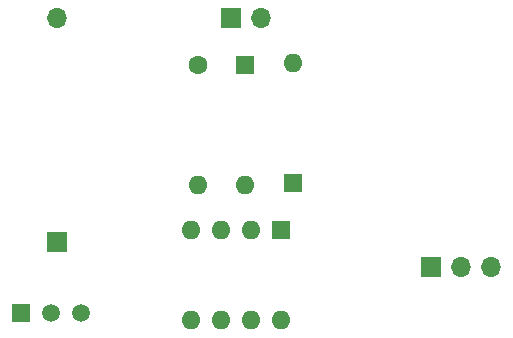
<source format=gbs>
G04 #@! TF.GenerationSoftware,KiCad,Pcbnew,(5.1.9-0-10_14)*
G04 #@! TF.CreationDate,2022-09-19T14:57:36+02:00*
G04 #@! TF.ProjectId,outdoor,6f757464-6f6f-4722-9e6b-696361645f70,rev?*
G04 #@! TF.SameCoordinates,Original*
G04 #@! TF.FileFunction,Soldermask,Bot*
G04 #@! TF.FilePolarity,Negative*
%FSLAX46Y46*%
G04 Gerber Fmt 4.6, Leading zero omitted, Abs format (unit mm)*
G04 Created by KiCad (PCBNEW (5.1.9-0-10_14)) date 2022-09-19 14:57:36*
%MOMM*%
%LPD*%
G01*
G04 APERTURE LIST*
%ADD10R,1.500000X1.500000*%
%ADD11C,1.500000*%
%ADD12O,1.600000X1.600000*%
%ADD13R,1.600000X1.600000*%
%ADD14O,1.700000X1.700000*%
%ADD15R,1.700000X1.700000*%
%ADD16C,1.600000*%
G04 APERTURE END LIST*
D10*
X49000000Y-107000000D03*
D11*
X54080000Y-107000000D03*
X51540000Y-107000000D03*
D12*
X71000000Y-107620000D03*
X63380000Y-100000000D03*
X68460000Y-107620000D03*
X65920000Y-100000000D03*
X65920000Y-107620000D03*
X68460000Y-100000000D03*
X63380000Y-107620000D03*
D13*
X71000000Y-100000000D03*
D14*
X69290000Y-82000000D03*
D15*
X66750000Y-82000000D03*
D12*
X64000000Y-96160000D03*
D16*
X64000000Y-86000000D03*
D14*
X88773000Y-103124000D03*
X86233000Y-103124000D03*
D15*
X83693000Y-103124000D03*
D12*
X72000000Y-85840000D03*
D13*
X72000000Y-96000000D03*
D12*
X68000000Y-96160000D03*
D13*
X68000000Y-86000000D03*
D14*
X52000000Y-82000000D03*
D15*
X52000000Y-101000000D03*
M02*

</source>
